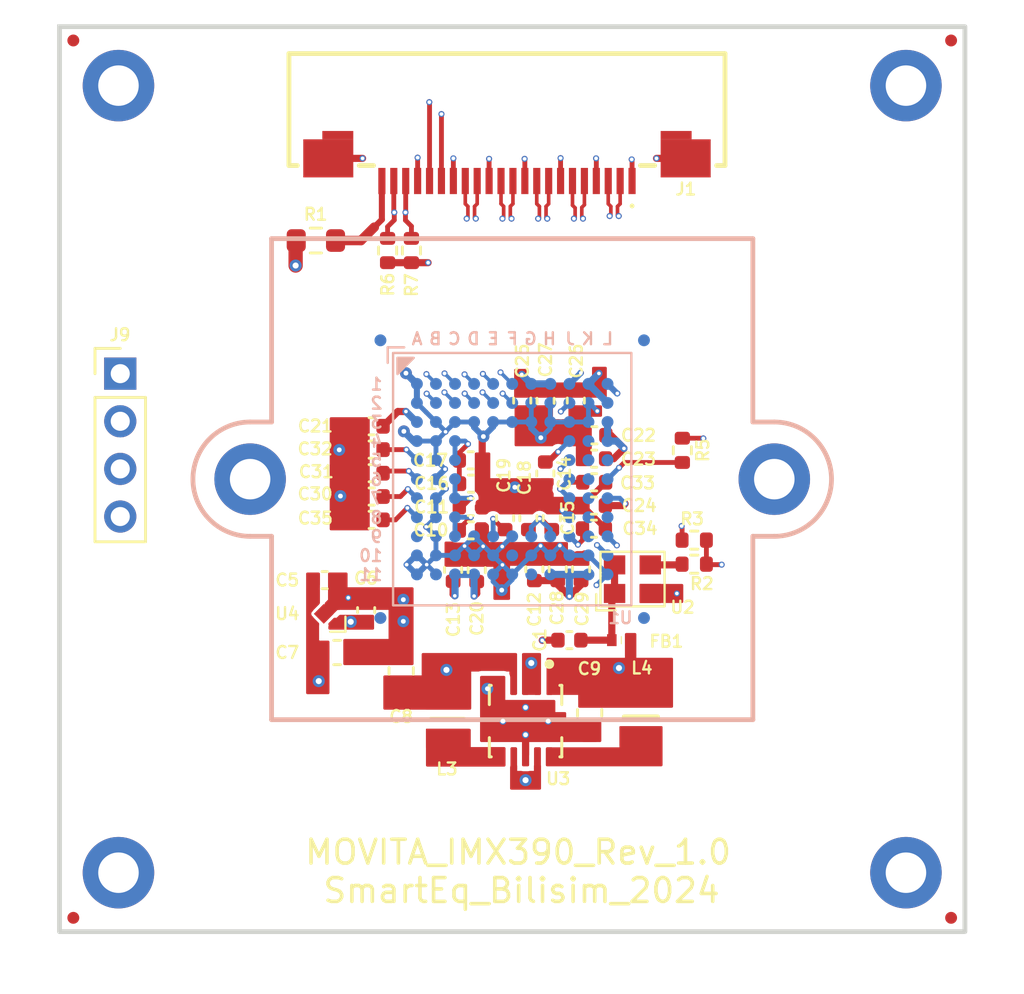
<source format=kicad_pcb>
(kicad_pcb (version 20241229) (generator "pcbnew") (generator_version "9.0")
  (layers (0 "F.Cu" jumper) (4 "In1.Cu" signal "GND") (6 "In2.Cu" signal "POWER") (8 "In3.Cu" signal "signal_1") (10 "In4.Cu" signal "signal_2") (2 "B.Cu" signal) (13 "F.Paste" user) (15 "B.Paste" user) (5 "F.SilkS" user "F.Silkscreen") (7 "B.SilkS" user "B.Silkscreen") (1 "F.Mask" user) (3 "B.Mask" user) (25 "Edge.Cuts" user))
  (net 0 "")
  (net 1 "3V3")
  (net 2 "GND")
  (net 3 "2V9")
  (net 4 "1V2")
  (net 5 "1V8")
  (net 6 "Net-(U1-VCAPI3)")
  (net 7 "Net-(U1-VCAPI2)")
  (net 8 "Net-(U1-VCAPI1)")
  (net 9 "Net-(U1-VCAPI4)")
  (net 10 "Net-(U1-VCAPIO1)")
  (net 11 "Net-(U1-VCAPIO2)")
  (net 12 "/IMX390/CSI0_D0_N")
  (net 13 "/IMX390/CSI0_CLK_N")
  (net 14 "/IMX390/CSI0_D1_P")
  (net 15 "/IMX390/CSI0_D0_P")
  (net 16 "/IMX390/CSI0_D1_N")
  (net 17 "/IMX390/CSI0_CLK_P")
  (net 18 "/IMX390/CSI0_D2_P")
  (net 19 "/IMX390/SDA")
  (net 20 "/IMX390/CSI0_D3_P")
  (net 21 "/IMX390/SCL")
  (net 22 "/IMX390/CSI0_D2_N")
  (net 23 "/IMX390/CSI0_D3_N")
  (net 27 "/IMX390/FSIN")
  (net 31 "/IMX390/SYS_CLEAR")
  (net 35 "/IMX390/XCLK")
  (net 38 "Net-(U3-SW1)")
  (net 39 "Net-(U3-SW2)")
  (net 40 "Net-(J1-Pin_18)")
  (net 41 "Net-(J1-Pin_22)")
  (net 42 "Net-(U2-OE)")
  (net 46 "Net-(U2-OUT)")
  (net 47 "/IMX390/EXT_XVCLK")
  (footprint "Capacitor_SMD:C_0402_1005Metric" (layer "F.Cu") (at 149.7 101.64 90)
    (property "Reference" "C19")
    (property "Value" "0.1µF 16V")
  )
  (footprint "Footprint Library:Fiducial_0.5mm_Mask1mm" (layer "F.Cu") (at 168.42 118.42)
    (property "Reference" "FID7" (hide yes))
    (property "Value" "Fiducial")
  )
  (footprint "Resistor_SMD:R_0402_1005Metric" (layer "F.Cu") (at 157.64 102.56 180)
    (property "Reference" "R3")
    (property "Value" "DNP")
  )
  (footprint "Footprint Library:Fiducial_0.5mm_Mask1mm" (layer "F.Cu") (at 131.58 81.58)
    (property "Reference" "FID5" (hide yes))
    (property "Value" "Fiducial")
  )
  (footprint "Capacitor_SMD:C_0402_1005Metric" (layer "F.Cu") (at 144.1 100.73 180)
    (property "Reference" "C30")
    (property "Value" "1.0µF 6.3V")
  )
  (footprint "Capacitor_SMD:C_0402_1005Metric" (layer "F.Cu") (at 148.27 100.19)
    (property "Reference" "C16")
    (property "Value" "4.7µF 16V")
  )
  (footprint "Capacitor_SMD:C_0402_1005Metric" (layer "F.Cu") (at 151.4 96.71 90)
    (property "Reference" "C27")
    (property "Value" "0.01uF 6.3V")
  )
  (footprint "Capacitor_SMD:C_0402_1005Metric" (layer "F.Cu") (at 152.67 96.7 -90)
    (property "Reference" "C26")
    (property "Value" "0.1µF 16V")
  )
  (footprint "Capacitor_SMD:C_0402_1005Metric" (layer "F.Cu") (at 151.91 103.78 90)
    (property "Reference" "C28")
    (property "Value" "1.0µF 6.3V")
  )
  (footprint "Resistor_SMD:R_0402_1005Metric" (layer "F.Cu") (at 157.64 103.57)
    (property "Reference" "R2")
    (property "Value" "22R")
  )
  (footprint "Footprint Library:Screw" (layer "F.Cu") (at 166.525126 83.474874)
    (property "Reference" "J6" (hide yes))
    (property "Value" "DNP")
  )
  (footprint "Capacitor_SMD:C_0402_1005Metric" (layer "F.Cu") (at 148.26 102.15)
    (property "Reference" "C10")
    (property "Value" "1.0µF 6.3V")
  )
  (footprint "Capacitor_SMD:C_0402_1005Metric" (layer "F.Cu") (at 153.43 102.08)
    (property "Reference" "C34")
    (property "Value" "1.0µF 6.3V")
  )
  (footprint "Capacitor_SMD:C_0402_1005Metric" (layer "F.Cu") (at 148.51 103.82 90)
    (property "Reference" "C20")
    (property "Value" "4.7µF 16V")
  )
  (footprint "Capacitor_SMD:C_0402_1005Metric" (layer "F.Cu") (at 151.66 101.64 90)
    (property "Reference" "C15")
    (property "Value" "0.1µF 16V")
  )
  (footprint "Footprint Library:SON50P300X300X100-11N" (layer "F.Cu") (at 150.56 110.16 -90)
    (property "Reference" "U3")
    (property "Value" "TPS62423QDRCRQ1")
  )
  (footprint "Footprint Library:Fiducial_0.5mm_Mask1mm" (layer "F.Cu") (at 131.58 118.42)
    (property "Reference" "FID8" (hide yes))
    (property "Value" "Fiducial")
  )
  (footprint "Capacitor_SMD:C_0402_1005Metric" (layer "F.Cu") (at 144.1 97.78 180)
    (property "Reference" "C21")
    (property "Value" "0.1µF 16V")
  )
  (footprint "Footprint Library:LQM2MPN1R0NG0L" (layer "F.Cu") (at 147.28 110.08 90)
    (property "Reference" "L3")
    (property "Value" "2.2µH" (hide yes))
  )
  (footprint "Capacitor_SMD:C_0402_1005Metric" (layer "F.Cu") (at 150.68 101.64 90)
    (property "Reference" "C18")
    (property "Value" "1.0µF 6.3V")
  )
  (footprint "Connector_PinHeader_2.00mm:PinHeader_1x04_P2.00mm_Vertical" (layer "F.Cu") (at 133.55 95.57)
    (property "Reference" "J9")
    (property "Value" "DNP")
  )
  (footprint "Capacitor_SMD:C_0402_1005Metric" (layer "F.Cu") (at 142.13 104.24)
    (property "Reference" "C5")
    (property "Value" "1.0µF 6.3V")
  )
  (footprint "Footprint Library:1NM27000C33YC" (layer "F.Cu") (at 154.295 104.8)
    (property "Reference" "U2")
    (property "Value" "1NM27000C33YC")
  )
  (footprint "Capacitor_SMD:C_0402_1005Metric" (layer "F.Cu") (at 143.87 105.5 90)
    (property "Reference" "C6")
    (property "Value" "1.0µF 6.3V")
  )
  (footprint "Footprint Library:X2-SON-4-EP" (layer "F.Cu") (at 142.09 105.655 180)
    (property "Reference" "U4")
    (property "Value" "LP5907SNX-2.9/NOPB")
  )
  (footprint "Capacitor_SMD:C_0402_1005Metric" (layer "F.Cu") (at 152.4 106.76 180)
    (property "Reference" "C1")
    (property "Value" "0.1uF 16V")
  )
  (footprint "Capacitor_SMD:C_0603_1608Metric" (layer "F.Cu") (at 145.34 108.05 90)
    (property "Reference" "C8")
    (property "Value" "10uF 10V")
  )
  (footprint "Capacitor_SMD:C_0402_1005Metric" (layer "F.Cu") (at 153.43 101.11)
    (property "Reference" "C24")
    (property "Value" "0.01uF 6.3V")
  )
  (footprint "Capacitor_SMD:C_0402_1005Metric" (layer "F.Cu") (at 153.44 99.14)
    (property "Reference" "C23")
    (property "Value" "0.1µF 16V")
  )
  (footprint "Capacitor_SMD:C_0402_1005Metric" (layer "F.Cu") (at 148.26 101.17)
    (property "Reference" "C11")
    (property "Value" "0.1µF 16V")
  )
  (footprint "Footprint Library:LQM2MPN1R0NG0L" (layer "F.Cu") (at 155.4 109.98 90)
    (property "Reference" "L4")
    (property "Value" "2.2µH" (hide yes))
  )
  (footprint "Resistor_SMD:R_0402_1005Metric" (layer "F.Cu") (at 145.77 90.4 -90)
    (property "Reference" "R7")
    (property "Value" "DNP")
  )
  (footprint "Capacitor_SMD:C_0402_1005Metric" (layer "F.Cu") (at 153.45 98.16)
    (property "Reference" "C22")
    (property "Value" "4.7µF 16V")
  )
  (footprint "Capacitor_SMD:C_0402_1005Metric" (layer "F.Cu") (at 148.26 99.21)
    (property "Reference" "C17")
    (property "Value" "0.1µF 16V")
  )
  (footprint "Resistor_SMD:R_0402_1005Metric" (layer "F.Cu") (at 144.77 90.4 -90)
    (property "Reference" "R6")
    (property "Value" "DNP")
  )
  (footprint "Footprint Library:Screw" (layer "F.Cu") (at 166.525126 116.525126)
    (property "Reference" "J8" (hide yes))
    (property "Value" "DNP")
  )
  (footprint "Capacitor_SMD:C_0402_1005Metric" (layer "F.Cu") (at 144.1 99.75 180)
    (property "Reference" "C31")
    (property "Value" "1.0µF 6.3V")
  )
  (footprint "Footprint Library:Screw" (layer "F.Cu") (at 161 100)
    (property "Reference" "J3" (hide yes))
    (property "Value" "DNP")
  )
  (footprint "Footprint Library:Screw" (layer "F.Cu") (at 139 100)
    (property "Reference" "J4" (hide yes))
    (property "Value" "DNP")
  )
  (footprint "Footprint Library:Fiducial_0.5mm_Mask1mm" (layer "F.Cu") (at 168.42 81.58)
    (property "Reference" "FID6" (hide yes))
    (property "Value" "Fiducial")
  )
  (footprint "Capacitor_SMD:C_0603_1608Metric" (layer "F.Cu") (at 142.65 107.28)
    (property "Reference" "C7")
    (property "Value" "10uF 10V")
  )
  (footprint "Resistor_SMD:R_0402_1005Metric" (layer "F.Cu") (at 157.14 98.79 90)
    (property "Reference" "R5")
    (property "Value" "0R")
  )
  (footprint "Capacitor_SMD:C_0402_1005Metric" (layer "F.Cu") (at 151.39 99.76 -90)
    (property "Reference" "C14")
    (property "Value" "4.7µF 16V")
  )
  (footprint "Capacitor_SMD:C_0603_1608Metric" (layer "F.Cu") (at 153.25 109.81 -90)
    (property "Reference" "C9")
    (property "Value" "10uF 10V")
  )
  (footprint "Footprint Library:NFZ15SG152SN10B" (layer "F.Cu") (at 154.58 106.76 180)
    (property "Reference" "FB1")
    (property "Value" "BLM15AG221SN1D" (hide yes))
  )
  (footprint "Footprint Library:Screw" (layer "F.Cu") (at 133.474874 116.525126)
    (property "Reference" "J5" (hide yes))
    (property "Value" "DNP")
  )
  (footprint "Footprint Library:F32R1A7H111022" (layer "F.Cu") (at 149.78 84.48 180)
    (property "Reference" "J1")
    (property "Value" "FFC SOCKET DR_BOTTOM 0.5MM -22P" (hide yes))
  )
  (footprint "Capacitor_SMD:C_0402_1005Metric" (layer "F.Cu") (at 150.42 96.7 -90)
    (property "Reference" "C25")
    (property "Value" "1.0µF 6.3V")
  )
  (footprint "Capacitor_SMD:C_0402_1005Metric" (layer "F.Cu") (at 144.1 98.76 180)
    (property "Reference" "C32")
    (property "Value" "1.0µF 6.3V")
  )
  (footprint "Capacitor_SMD:C_0402_1005Metric" (layer "F.Cu") (at 147.52 103.81 90)
    (property "Reference" "C13")
    (property "Value" "0.1µF 16V")
  )
  (footprint "Capacitor_SMD:C_0402_1005Metric" (layer "F.Cu") (at 153.44 100.13)
    (property "Reference" "C33")
    (property "Value" "0.22uF 10V")
  )
  (footprint "Resistor_SMD:R_0603_1608Metric" (layer "F.Cu") (at 141.76 89.98)
    (property "Reference" "R1")
    (property "Value" "0R")
  )
  (footprint "Capacitor_SMD:C_0402_1005Metric" (layer "F.Cu") (at 144.1 101.71 180)
    (property "Reference" "C35")
    (property "Value" "0.1µF 16V")
  )
  (footprint "Capacitor_SMD:C_0402_1005Metric" (layer "F.Cu") (at 150.93 103.78 90)
    (property "Reference" "C12")
    (property "Value" "1.0µF 6.3V")
  )
  (footprint "Footprint Library:Screw" (layer "F.Cu") (at 133.474874 83.474874)
    (property "Reference" "J7" (hide yes))
    (property "Value" "DNP")
  )
  (footprint "Capacitor_SMD:C_0402_1005Metric" (layer "F.Cu") (at 152.89 103.78 90)
    (property "Reference" "C29")
    (property "Value" "0.1µF 16V")
  )
  (footprint "Footprint Library:Fiducial_0.5mm_Mask1mm" (layer "B.Cu") (at 155.53 94.17 180)
    (property "Reference" "FID1" (hide yes))
    (property "Value" "Fiducial")
  )
  (footprint "Footprint Library:Fiducial_0.5mm_Mask1mm" (layer "B.Cu") (at 155.53 105.83 180)
    (property "Reference" "FID3" (hide yes))
    (property "Value" "Fiducial")
  )
  (footprint "Footprint Library:Fiducial_0.5mm_Mask1mm" (layer "B.Cu") (at 144.47 94.17 180)
    (property "Reference" "FID4" (hide yes))
    (property "Value" "Fiducial")
  )
  (footprint "clipboard:c35d2587-c52c-42fa-baae-693a81fda3d0" (layer "B.Cu") (at 139.900005 106.25 180)
    (property "Reference" "")
    (property "Value" "")
  )
  (footprint "Footprint Library:Fiducial_0.5mm_Mask1mm" (layer "B.Cu") (at 144.47 105.83 180)
    (property "Reference" "FID2" (hide yes))
    (property "Value" "Fiducial")
  )
  (footprint "Footprint Library:IMX390CQV_W" (layer "B.Cu") (at 150 100 180)
    (property "Reference" "U1")
    (property "Value" "IMX390CQV-W")
  )
  (gr_rect (start 131 81) (end 169 119) (stroke (width 0.2)) (fill no) (layer "Edge.Cuts"))
  (gr_text "MOVITA_IMX390_Rev_1.0\n SmartEq_Bilisim_2024\n" (at 141.22 117.86 0) (layer "F.SilkS") (effects (font (size 1 1)) (justify left bottom)))
  (segment (start 140.91 91.03) (end 140.91 90.005) (width 0.6) (layer "F.Cu") (net 1))
  (segment (start 140.91 90.005) (end 140.935 89.98) (width 0.6) (layer "F.Cu") (net 1))
  (via (at 150.8 107.72) (size 0.508) (drill 0.254) (layers "F.Cu" "B.Cu") (net 1))
  (via (at 150.56 112.64) (size 0.508) (drill 0.254) (layers "F.Cu" "B.Cu") (net 1))
  (via (at 140.91 91.03) (size 0.508) (drill 0.254) (layers "F.Cu" "B.Cu") (net 1))
  (via (at 141.88 108.48) (size 0.508) (drill 0.254) (layers "F.Cu" "B.Cu") (net 1))
  (segment (start 153.53 87.5) (end 153.53 86.54) (width 0.2032) (layer "F.Cu") (net 2))
  (segment (start 152.95 101.11) (end 152.95 101.1) (width 0.254) (layer "F.Cu") (net 2))
  (segment (start 142.28 86.53) (end 143.72 86.53) (width 0.3) (layer "F.Cu") (net 2))
  (segment (start 152.95 101.1) (end 153.92 100.13) (width 0.254) (layer "F.Cu") (net 2))
  (segment (start 152.03 87.5) (end 152.03 86.52) (width 0.2032) (layer "F.Cu") (net 2))
  (segment (start 148.74 98.26) (end 148.79 98.21) (width 0.3) (layer "F.Cu") (net 2))
  (segment (start 155.0142 86.574935) (end 155.03 86.590735) (width 0.2032) (layer "F.Cu") (net 2))
  (segment (start 153.53 86.54) (end 153.52 86.53) (width 0.2032) (layer "F.Cu") (net 2))
  (segment (start 149.03 87.5) (end 149.03 86.55) (width 0.2032) (layer "F.Cu") (net 2))
  (segment (start 148.74 99.21) (end 148.74 98.26) (width 0.3) (layer "F.Cu") (net 2))
  (segment (start 146.03 87.5) (end 146.03 86.5) (width 0.2032) (layer "F.Cu") (net 2))
  (segment (start 147.53 87.5) (end 147.53 86.53) (width 0.2032) (layer "F.Cu") (net 2))
  (segment (start 157.28 86.53) (end 156.0556 86.53) (width 0.3) (layer "F.Cu") (net 2))
  (segment (start 150.53 87.5) (end 150.53 86.56) (width 0.2032) (layer "F.Cu") (net 2))
  (segment (start 150.56 111.56) (end 150.56 110.735) (width 0.3) (layer "F.Cu") (net 2))
  (segment (start 153.91 102.07) (end 152.95 101.11) (width 0.254) (layer "F.Cu") (net 2))
  (segment (start 155.03 86.590735) (end 155.03 87.5) (width 0.2032) (layer "F.Cu") (net 2))
  (segment (start 151.27 106.76) (end 151.26 106.77) (width 0.3) (layer "F.Cu") (net 2))
  (segment (start 150.53 86.56) (end 150.52 86.55) (width 0.2032) (layer "F.Cu") (net 2))
  (segment (start 153.91 102.08) (end 153.91 102.07) (width 0.254) (layer "F.Cu") (net 2))
  (segment (start 151.92 106.76) (end 151.27 106.76) (width 0.3) (layer "F.Cu") (net 2))
  (via (at 155.0142 86.574935) (size 0.254) (drill 0.1524) (layers "F.Cu" "B.Cu") (net 2))
  (via (at 149.03 86.55) (size 0.254) (drill 0.1524) (layers "F.Cu" "B.Cu") (net 2))
  (via (at 146.39 102) (size 0.254) (drill 0.1524) (layers "F.Cu" "B.Cu") (net 2))
  (via (at 150.52 86.55) (size 0.254) (drill 0.1524) (layers "F.Cu" "B.Cu") (net 2))
  (via (at 143.72 86.53) (size 0.254) (drill 0.1524) (layers "F.Cu" "B.Cu") (net 2))
  (via (at 151.26 106.77) (size 0.254) (drill 0.1524) (layers "F.Cu" "B.Cu") (net 2))
  (via (at 154.41 96.4) (size 0.254) (drill 0.1524) (layers "F.Cu" "B.Cu") (net 2))
  (via (at 149.58 102.83) (size 0.254) (drill 0.1524) (layers "F.Cu" "B.Cu") (net 2))
  (via (at 147.2 98.01) (size 0.254) (drill 0.1524) (layers "F.Cu" "B.Cu") (net 2))
  (via (at 145.54 95.55) (size 0.5) (drill 0.2) (layers "F.Cu" "B.Cu") (net 2))
  (via (at 149.56 104.66) (size 0.5) (drill 0.2) (layers "F.Cu" "B.Cu") (net 2))
  (via (at 142.79 100.71) (size 0.5) (drill 0.2) (layers "F.Cu" "B.Cu") (net 2))
  (via (at 146.41 103.59) (size 0.254) (drill 0.1524) (layers "F.Cu" "B.Cu") (net 2))
  (via (at 152.03 99.57) (size 0.254) (drill 0.1524) (layers "F.Cu" "B.Cu") (net 2))
  (via (at 148.79 98.21) (size 0.5) (drill 0.2) (layers "F.Cu" "B.Cu") (net 2))
  (via (at 149.59 103.6) (size 0.254) (drill 0.1524) (layers "F.Cu" "B.Cu") (net 2))
  (via (at 145.43 105.06) (size 0.5) (drill 0.2) (layers "F.Cu" "B.Cu") (net 2))
  (via (at 150.11 100.34) (size 0.5) (drill 0.2) (layers "F.Cu" "B.Cu") (net 2))
  (via (at 145.452646 97.992646) (size 0.5) (drill 0.2) (layers "F.Cu" "B.Cu") (net 2))
  (via (at 148 102.81) (size 0.254) (drill 0.1524) (layers "F.Cu" "B.Cu") (net 2))
  (via (at 147.21 100.4) (size 0.254) (drill 0.1524) (layers "F.Cu" "B.Cu") (net 2))
  (via (at 153.52 86.53) (size 0.254) (drill 0.1524) (layers "F.Cu" "B.Cu") (net 2))
  (via (at 153.57 97.14) (size 0.254) (drill 0.1524) (layers "F.Cu" "B.Cu") (net 2))
  (via (at 156.91 104.8) (size 0.254) (drill 0.1524) (layers "F.Cu" "B.Cu") (net 2))
  (via (at 153.54 104.45) (size 0.254) (drill 0.1524) (layers "F.Cu" "B.Cu") (net 2))
  (via (at 146.03 86.5) (size 0.254) (drill 0.1524) (layers "F.Cu" "B.Cu") (net 2))
  (via (at 152.03 86.52) (size 0.254) (drill 0.1524) (layers "F.Cu" "B.Cu") (net 2))
  (via (at 152.1 101.31) (size 0.254) (drill 0.1524) (layers "F.Cu" "B.Cu") (net 2))
  (via (at 147.53 86.53) (size 0.254) (drill 0.1524) (layers "F.Cu" "B.Cu") (net 2))
  (via (at 148.78 102.82) (size 0.254) (drill 0.1524) (layers "F.Cu" "B.Cu") (net 2))
  (via (at 156.0556 86.53) (size 0.254) (drill 0.1524) (layers "F.Cu" "B.Cu") (net 2))
  (via (at 142.74 98.77) (size 0.5) (drill 0.2) (layers "F.Cu" "B.Cu") (net 2))
  (via (at 152 102.79) (size 0.254) (drill 0.1524) (layers "F.Cu" "B.Cu") (net 2))
  (via (at 151.2 98.26) (size 0.5) (drill 0.2) (layers "F.Cu" "B.Cu") (net 2))
  (via (at 145.43 105.97) (size 0.5) (drill 0.2) (layers "F.Cu" "B.Cu") (net 2))
  (via (at 147.18 99.58) (size 0.254) (drill 0.1524) (layers "F.Cu" "B.Cu") (net 2))
  (via (at 151.19 102.8) (size 0.254) (drill 0.1524) (layers "F.Cu" "B.Cu") (net 2))
  (via (at 148.96 108.8) (size 0.5) (drill 0.2) (layers "F.Cu" "B.Cu") (net 2))
  (via (at 143.12 104.98) (size 0.254) (drill 0.1524) (layers "F.Cu" "B.Cu") (net 2))
  (via (at 145.57 103.59) (size 0.254) (drill 0.1524) (layers "F.Cu" "B.Cu") (net 2))
  (segment (start 151.6 103.2) (end 151.59 103.2) (width 0.2032) (layer "B.Cu") (net 2))
  (segment (start 147.6 103.18) (end 147.97 102.81) (width 0.2032) (layer "B.Cu") (net 2))
  (segment (start 145.86 98.4) (end 146 98.4) (width 0.3) (layer "B.Cu") (net 2))
  (segment (start 146.8 97.6) (end 146.39 97.19) (width 0.2032) (layer "B.Cu") (net 2))
  (segment (start 152.4 99.2) (end 152.03 99.57) (width 0.2032) (layer "B.Cu") (net 2))
  (segment (start 149.2 104) (end 149.2 103.99) (width 0.2032) (layer "B.Cu") (net 2))
  (segment (start 153.23 96.8) (end 153.2 96.8) (width 0.2032) (layer "B.Cu") (net 2))
  (segment (start 151.6 103.2) (end 151.6 103.19) (width 0.2032) (layer "B.Cu") (net 2))
  (segment (start 146.8 98.4) (end 146.81 98.4) (width 0.2032) (layer "B.Cu") (net 2))
  (segment (start 145.98 104) (end 146 104) (width 0.254) (layer "B.Cu") (net 2))
  (segment (start 150.8 103.19) (end 151.19 102.8) (width 0.2032) (layer "B.Cu") (net 2))
  (segment (start 149.58 102.82) (end 150 102.4) (width 0.2032) (layer "B.Cu") (net 2))
  (segment (start 150.8 103.2) (end 150.8 103.19) (width 0.2032) (layer "B.Cu") (net 2))
  (segment (start 146.79 101.6) (end 146.39 102) (width 0.2032) (layer "B.Cu") (net 2))
  (segment (start 147.2 98.01) (end 147.2 98) (width 0.2032) (layer "B.Cu") (net 2))
  (segment (start 146.02 103.2) (end 146.41 103.59) (width 0.254) (layer "B.Cu") (net 2))
  (segment (start 153.99 104) (end 154 104) (width 0.2032) (layer "B.Cu") (net 2))
  (segment (start 146 104) (end 146.41 103.59) (width 0.254) (layer "B.Cu") (net 2))
  (segment (start 148.78 102.82) (end 148.4 103.2) (width 0.2032) (layer "B.Cu") (net 2))
  (segment (start 151.6 97.6) (end 151.6 96.8) (width 0.2032) (layer "B.Cu") (net 2))
  (segment (start 148.4 103.2) (end 148.01 102.81) (width 0.2032) (layer "B.Cu") (net 2))
  (segment (start 147.2 98) (end 146.8 97.6) (width 0.2032) (layer "B.Cu") (net 2))
  (segment (start 148.78 102.78) (end 148.4 102.4) (width 0.2032) (layer "B.Cu") (net 2))
  (segment (start 146.8 99.2) (end 146.8 98.4) (width 0.2032) (layer "B.Cu") (net 2))
  (segment (start 149.2 104) (end 149.2 104.3) (width 0.2032) (layer "B.Cu") (net 2))
  (segment (start 145.452646 97.992646) (end 145.86 98.4) (width 0.3) (layer "B.Cu") (net 2))
  (segment (start 149.2 104.3) (end 149.56 104.66) (width 0.2032) (layer "B.Cu") (net 2))
  (segment (start 149.2 103.2) (end 148.82 102.82) (width 0.2032) (layer "B.Cu") (net 2))
  (segment (start 148.78 102.82) (end 148.78 102.78) (width 0.2032) (layer "B.Cu") (net 2))
  (segment (start 146.8 99.96) (end 147.18 99.58) (width 0.254) (layer "B.Cu") (net 2))
  (segment (start 152.4 103.19) (end 152 102.79) (width 0.2032) (layer "B.Cu") (net 2))
  (segment (start 148.4 97.82) (end 148.79 98.21) (width 0.254) (layer "B.Cu") (net 2))
  (segment (start 146.8 100.8) (end 146.81 100.8) (width 0.2032) (layer "B.Cu") (net 2))
  (segment (start 149.58 102.83) (end 149.57 102.83) (width 0.2032) (layer "B.Cu") (net 2))
  (segment (start 152.4 97.6) (end 153.2 97.6) (width 0.2032) (layer "B.Cu") (net 2))
  (segment (start 147.6 103.2) (end 146.8 103.2) (width 0.2032) (layer "B.Cu") (net 2))
  (segment (start 146.8 104) (end 146.8 103.98) (width 0.2032) (layer "B.Cu") (net 2))
  (segment (start 150 104) (end 150.8 103.2) (width 0.2032) (layer "B.Cu") (net 2))
  (segment (start 149.2 97.8) (end 148.79 98.21) (width 0.254) (layer "B.Cu") (net 2))
  (segment (start 151.59 103.2) (end 151.19 102.8) (width 0.2032) (layer "B.Cu") (net 2))
  (segment (start 147.97 102.81) (end 148 102.81) (width 0.2032) (layer "B.Cu") (net 2))
  (segment (start 154.4 96.4) (end 154.41 96.4) (width 0.254) (layer "B.Cu") (net 2))
  (segment (start 147.18 99.58) (end 146.8 99.2) (width 0.2032) (layer "B.Cu") (net 2))
  (segment (start 145.99 96) (end 146 96) (width 0.3) (layer "B.Cu") (net 2))
  (segment (start 145.57 103.59) (end 145.98 104) (width 0.254) (layer "B.Cu") (net 2))
  (segment (start 146 96) (end 146 96.8) (width 0.254) (layer "B.Cu") (net 2))
  (segment (start 150 97.6) (end 150.8 97.6) (width 0.2032) (layer "B.Cu") (net 2))
  (segment (start 145.57 103.59) (end 145.96 103.2) (width 0.254) (layer "B.Cu") (net 2))
  (segment (start 148 102.81) (end 148 102.8) (width 0.2032) (layer "B.Cu") (net 2))
  (segment (start 153.2 103.2) (end 154 104) (width 0.2032) (layer "B.Cu") (net 2))
  (segment (start 146.8 102.4) (end 146.79 102.4) (width 0.2032) (layer "B.Cu") (net 2))
  (segment (start 145.96 103.2) (end 146 103.2) (width 0.254) (layer "B.Cu") (net 2))
  (segment (start 146.81 100.8) (end 147.21 100.4) (width 0.2032) (layer "B.Cu") (net 2))
  (segment (start 152.4 103.2) (end 153.2 103.2) (width 0.2032) (layer "B.Cu") (net 2))
  (segment (start 153.2 97.6) (end 153.2 96.8) (width 0.2032) (layer "B.Cu") (net 2))
  (segment (start 146.81 98.4) (end 147.2 98.01) (width 0.2032) (layer "B.Cu") (net 2))
  (segment (start 146.8 103.98) (end 146.41 103.59) (width 0.2032) (layer "B.Cu") (net 2))
  (segment (start 146.8 103.2) (end 146.41 103.59) (width 0.2032) (layer "B.Cu") (net 2))
  (segment (start 152.39 101.6) (end 152.4 101.6) (width 0.254) (layer "B.Cu") (net 2))
  (segment (start 151.2 98.26) (end 150.8 97.86) (width 0.254) (layer "B.Cu") (net 2))
  (segment (start 149.2 103.21) (end 149.59 103.6) (width 0.2032) (layer "B.Cu") (net 2))
  (segment (start 147.6 97.6) (end 147.6 97.61) (width 0.2032) (layer "B.Cu") (net 2))
  (segment (start 148.82 102.82) (end 148.78 102.82) (width 0.2032) (layer "B.Cu") (net 2))
  (segment (start 150 104) (end 149.99 104) (width 0.2032) (layer "B.Cu") (net 2))
  (segment (start 148.4 97.6) (end 147.6 97.6) (width 0.2032) (layer "B.Cu") (net 2))
  (segment (start 146.81 100) (end 147.21 100.4) (width 0.254) (layer "B.Cu") (net 2))
  (segment (start 150.8 96.8) (end 150.8 97.6) (width 0.2032) (layer "B.Cu") (net 2))
  (segment (start 146 103.2) (end 146.02 103.2) (width 0.254) (layer "B.Cu") (net 2))
  (segment (start 148 102.8) (end 148.4 102.4) (width 0.2032) (layer "B.Cu") (net 2))
  (segment (start 149.99 104) (end 149.59 103.6) (width 0.2032) (layer "B.Cu") (net 2))
  (segment (start 149.2 97.6) (end 149.2 97.8) (width 0.254) (layer "B.Cu") (net 2))
  (segment (start 153.57 97.14) (end 153.23 96.8) (width 0.2032) (layer "B.Cu") (net 2))
  (segment (start 149.2 103.99) (end 149.59 103.6) (width 0.2032) (layer "B.Cu") (net 2))
  (segment (start 145.54 95.55) (end 145.99 96) (width 0.3) (layer "B.Cu") (net 2))
  (segment (start 146.8 100) (end 146.81 100) (width 0.254) (layer "B.Cu") (net 2))
  (segment (start 146 98.4) (end 146.8 98.4) (width 0.2032) (layer "B.Cu") (net 2))
  (segment (start 147.6 97.61) (end 147.2 98.01) (width 0.2032) (layer "B.Cu") (net 2))
  (segment (start 146.8 101.6) (end 146.79 101.6) (width 0.2032) (layer "B.Cu") (net 2))
  (segment (start 150 104.22) (end 149.56 104.66) (width 0.2032) (layer "B.Cu") (net 2))
  (segment (start 150.8 97.86) (end 150.8 97.6) (width 0.254) (layer "B.Cu") (net 2))
  (segment (start 150 97.6) (end 149.2 97.6) (width 0.2032) (layer "B.Cu") (net 2))
  (segment (start 149.57 102.83) (end 149.2 103.2) (width 0.2032) (layer "B.Cu") (net 2))
  (segment (start 146.8 102.4) (end 146.8 103.2) (width 0.2032) (layer "B.Cu") (net 2))
  (segment (start 150 104) (end 150 104.22) (width 0.2032) (layer "B.Cu") (net 2))
  (segment (start 152.4 97.6) (end 151.6 97.6) (width 0.2032) (layer "B.Cu") (net 2))
  (segment (start 148.4 97.6) (end 148.4 97.82) (width 0.254) (layer "B.Cu") (net 2))
  (segment (start 148.01 102.81) (end 148 102.81) (width 0.2032) (layer "B.Cu") (net 2))
  (segment (start 149.2 103.2) (end 149.2 103.21) (width 0.2032) (layer "B.Cu") (net 2))
  (segment (start 151.6 97.6) (end 151.6 97.86) (width 0.2032) (layer "B.Cu") (net 2))
  (segment (start 146.8 100.8) (end 146.8 101.6) (width 0.2032) (layer "B.Cu") (net 2))
  (segment (start 146.79 102.4) (end 146.39 102) (width 0.2032) (layer "B.Cu") (net 2))
  (segment (start 149.58 102.83) (end 149.58 102.82) (width 0.2032) (layer "B.Cu") (net 2))
  (segment (start 153.54 104.45) (end 153.99 104) (width 0.2032) (layer "B.Cu") (net 2))
  (segment (start 154 96) (end 154.4 96.4) (width 0.254) (layer "B.Cu") (net 2))
  (segment (start 146.39 97.19) (end 146 96.8) (width 0.2032) (layer "B.Cu") (net 2))
  (segment (start 152.1 101.31) (end 152.39 101.6) (width 0.254) (layer "B.Cu") (net 2))
  (segment (start 151.6 97.86) (end 151.2 98.26) (width 0.2032) (layer "B.Cu") (net 2))
  (segment (start 146.8 100) (end 146.8 99.96) (width 0.254) (layer "B.Cu") (net 2))
  (segment (start 152.4 103.2) (end 152.4 103.19) (width 0.2032) (layer "B.Cu") (net 2))
  (segment (start 151.6 103.19) (end 152 102.79) (width 0.2032) (layer "B.Cu") (net 2))
  (segment (start 147.78 101.17) (end 147.889716 101.17) (width 0.2032) (layer "F.Cu") (net 3))
  (segment (start 151.39 99.28) (end 151.5 99.28) (width 0.254) (layer "F.Cu") (net 3))
  (segment (start 151.2 101.66) (end 151.66 102.12) (width 0.2032) (layer "F.Cu") (net 3))
  (segment (start 147.78 100.18) (end 147.79 100.19) (width 0.2032) (layer "F.Cu") (net 3))
  (segment (start 150.69 102.12) (end 151.15 101.66) (width 0.2032) (layer "F.Cu") (net 3))
  (segment (start 147.78 98.89) (end 147.78 99.21) (width 0.2032) (layer "F.Cu") (net 3))
  (segment (start 151.5 99.28) (end 151.93 98.85) (width 0.254) (layer "F.Cu") (net 3))
  (segment (start 149.7 102.12) (end 149.65 102.12) (width 0.2032) (layer "F.Cu") (net 3))
  (segment (start 150.68 102.12) (end 150.69 102.12) (width 0.2032) (layer "F.Cu") (net 3))
  (segment (start 149.65 102.12) (end 149.2 101.67) (width 0.2032) (layer "F.Cu") (net 3))
  (segment (start 148.145 98.525) (end 147.78 98.89) (width 0.2032) (layer "F.Cu") (net 3))
  (segment (start 147.78 102.15) (end 147.78 102.08) (width 0.2032) (layer "F.Cu") (net 3))
  (segment (start 151.15 101.66) (end 151.2 101.66) (width 0.2032) (layer "F.Cu") (net 3))
  (segment (start 147.79 99.22) (end 147.78 99.21) (width 0.2032) (layer "F.Cu") (net 3))
  (segment (start 147.78 102.08) (end 148.26 101.6) (width 0.2032) (layer "F.Cu") (net 3))
  (segment (start 147.78 101.99) (end 147.78 102.15) (width 0.2032) (layer "F.Cu") (net 3))
  (segment (start 147.78 100.2) (end 147.79 100.19) (width 0.2032) (layer "F.Cu") (net 3))
  (segment (start 147.78 99.21) (end 147.78 100.18) (width 0.2032) (layer "F.Cu") (net 3))
  (segment (start 147.889716 101.17) (end 148.259894 100.799822) (width 0.2032) (layer "F.Cu") (net 3))
  (via (at 143.2225 105.99) (size 0.508) (drill 0.254) (layers "F.Cu" "B.Cu") (net 3))
  (via (at 148.259894 100.799822) (size 0.254) (drill 0.1524) (layers "F.Cu" "B.Cu") (net 3))
  (via (at 151.93 98.85) (size 0.254) (drill 0.1524) (layers "F.Cu" "B.Cu") (net 3))
  (via (at 151.15 101.66) (size 0.254) (drill 0.1524) (layers "F.Cu" "B.Cu") (net 3))
  (via (at 148.26 101.6) (size 0.254) (drill 0.1524) (layers "F.Cu" "B.Cu") (net 3))
  (via (at 149.2 101.67) (size 0.254) (drill 0.1524) (layers "F.Cu" "B.Cu") (net 3))
  (via (at 148.145 98.525) (size 0.254) (drill 0.1524) (layers "F.Cu" "B.Cu") (net 3))
  (segment (start 148.259894 100.799822) (end 148.259716 100.8) (width 0.2032) (layer "B.Cu") (net 3))
  (segment (start 148.02 98.4) (end 147.6 98.4) (width 0.2032) (layer "B.Cu") (net 3))
  (segment (start 150.8 102.4) (end 150.8 102.01) (width 0.2032) (layer "B.Cu") (net 3))
  (segment (start 152.38 98.4) (end 152.4 98.4) (width 0.2032) (layer "B.Cu") (net 3))
  (segment (start 151.93 98.85) (end 152.38 98.4) (width 0.2032) (layer "B.Cu") (net 3))
  (segment (start 148.145 98.525) (end 148.02 98.4) (width 0.2032) (layer "B.Cu") (net 3))
  (segment (start 147.6 101.6) (end 148.26 101.6) (width 0.2032) (layer "B.Cu") (net 3))
  (segment (start 148.259716 100.8) (end 147.6 100.8) (width 0.2032) (layer "B.Cu") (net 3))
  (segment (start 147.6 102.4) (end 147.6 101.6) (width 0.2032) (layer "B.Cu") (net 3))
  (segment (start 151.6 102.11) (end 151.15 101.66) (width 0.2032) (layer "B.Cu") (net 3))
  (segment (start 149.2 102.4) (end 149.2 101.67) (width 0.2032) (layer "B.Cu") (net 3))
  (segment (start 147.6 99.2) (end 147.6 98.4) (width 0.2032) (layer "B.Cu") (net 3))
  (segment (start 150.8 102.01) (end 151.15 101.66) (width 0.2032) (layer "B.Cu") (net 3))
  (segment (start 147.6 100.8) (end 147.6 100) (width 0.2032) (layer "B.Cu") (net 3))
  (segment (start 151.6 102.4) (end 151.6 102.11) (width 0.2032) (layer "B.Cu") (net 3))
  (segment (start 145.54 97.16) (end 145.2 97.16) (width 0.3) (layer "F.Cu") (net 4))
  (segment (start 152.89 104.43) (end 152.4 104.92) (width 0.3) (layer "F.Cu") (net 4))
  (segment (start 151.91 104.43) (end 152.4 104.92) (width 0.3) (layer "F.Cu") (net 4))
  (segment (start 148.51 104.3) (end 148.51 104.8) (width 0.3) (layer "F.Cu") (net 4))
  (segment (start 147.52 104.29) (end 147.52 104.83) (width 0.3) (layer "F.Cu") (net 4))
  (segment (start 150.93 104.26) (end 151.91 104.26) (width 0.3) (layer "F.Cu") (net 4))
  (segment (start 151.91 104.26) (end 151.91 104.43) (width 0.3) (layer "F.Cu") (net 4))
  (segment (start 147.52 104.83) (end 147.59 104.9) (width 0.3) (layer "F.Cu") (net 4))
  (segment (start 152.89 104.26) (end 152.89 104.43) (width 0.3) (layer "F.Cu") (net 4))
  (segment (start 145.2 97.16) (end 144.58 97.78) (width 0.3) (layer "F.Cu") (net 4))
  (segment (start 148.51 104.8) (end 148.4 104.91) (width 0.3) (layer "F.Cu") (net 4))
  (via (at 150.4 95.6) (size 0.254) (drill 0.1524) (layers "F.Cu" "B.Cu") (net 4))
  (via (at 145.54 97.16) (size 0.254) (drill 0.1524) (layers "F.Cu" "B.Cu") (net 4))
  (via (at 148.4 104.91) (size 0.254) (drill 0.1524) (layers "F.Cu" "B.Cu") (net 4))
  (via (at 147.59 104.9) (size 0.254) (drill 0.1524) (layers "F.Cu" "B.Cu") (net 4))
  (via (at 147.24 108.01) (size 0.508) (drill 0.254) (layers "F.Cu" "B.Cu") (net 4))
  (via (at 152.4 104.92) (size 0.254) (drill 0.1524) (layers "F.Cu" "B.Cu") (net 4))
  (via (at 153.64 95.56) (size 0.254) (drill 0.1524) (layers "F.Cu" "B.Cu") (net 4))
  (segment (start 147.6 104) (end 147.6 104.89) (width 0.3) (layer "B.Cu") (net 4))
  (segment (start 153.2 96) (end 153.64 95.56) (width 0.3) (layer "B.Cu") (net 4))
  (segment (start 150.8 96) (end 150.4 95.6) (width 0.3) (layer "B.Cu") (net 4))
  (segment (start 152.4 104.92) (end 152.4 104) (width 0.3) (layer "B.Cu") (net 4))
  (segment (start 151.6 96) (end 150.8 96) (width 0.3) (layer "B.Cu") (net 4))
  (segment (start 154 96.8) (end 153.2 96) (width 0.3) (layer "B.Cu") (net 4))
  (segment (start 147.6 104.89) (end 147.59 104.9) (width 0.3) (layer "B.Cu") (net 4))
  (segment (start 147.6 104) (end 148.4 104) (width 0.3) (layer "B.Cu") (net 4))
  (segment (start 145.54 97.16) (end 145.98 97.6) (width 0.3) (layer "B.Cu") (net 4))
  (segment (start 148.4 104) (end 148.4 104.91) (width 0.3) (layer "B.Cu") (net 4))
  (segment (start 145.98 97.6) (end 146 97.6) (width 0.3) (layer "B.Cu") (net 4))
  (segment (start 151.6 104) (end 152.4 104) (width 0.3) (layer "B.Cu") (net 4))
  (segment (start 152.4 104) (end 153.2 104) (width 0.3) (layer "B.Cu") (net 4))
  (segment (start 151.6 96) (end 151.61 96) (width 0.3) (layer "B.Cu") (net 4))
  (segment (start 154.14 98.16) (end 153.93 98.16) (width 0.3) (layer "F.Cu") (net 5))
  (segment (start 154.26 99.14) (end 153.92 99.14) (width 0.3) (layer "F.Cu") (net 5))
  (segment (start 154.69 98.71) (end 154.14 98.16) (width 0.3) (layer "F.Cu") (net 5))
  (segment (start 154.66 101.11) (end 153.91 101.11) (width 0.3) (layer "F.Cu") (net 5))
  (segment (start 154.74 101.03) (end 154.66 101.11) (width 0.3) (layer "F.Cu") (net 5))
  (segment (start 154.69 98.71) (end 154.26 99.14) (width 0.3) (layer "F.Cu") (net 5))
  (segment (start 144.77 90.91) (end 145.77 90.91) (width 0.3) (layer "F.Cu") (net 5))
  (segment (start 145.77 90.91) (end 146.47 90.91) (width 0.3) (layer "F.Cu") (net 5))
  (via (at 154.48 107.93) (size 0.508) (drill 0.254) (layers "F.Cu" "B.Cu") (net 5))
  (via (at 146.47 90.91) (size 0.254) (drill 0.1524) (layers "F.Cu" "B.Cu") (net 5))
  (via (at 154.74 101.03) (size 0.254) (drill 0.1524) (layers "F.Cu" "B.Cu") (net 5))
  (via (at 154.69 98.71) (size 0.254) (drill 0.1524) (layers "F.Cu" "B.Cu") (net 5))
  (segment (start 154.51 100.8) (end 154 100.8) (width 0.2032) (layer "B.Cu") (net 5))
  (segment (start 154 97.6) (end 154 98.4) (width 0.3) (layer "B.Cu") (net 5))
  (segment (start 154.74 101.03) (end 154.51 100.8) (width 0.2032) (layer "B.Cu") (net 5))
  (segment (start 154 98.4) (end 154.38 98.4) (width 0.3) (layer "B.Cu") (net 5))
  (segment (start 154.38 98.4) (end 154.69 98.71) (width 0.3) (layer "B.Cu") (net 5))
  (segment (start 144.58 100.73) (end 145.31 100.73) (width 0.2032) (layer "F.Cu") (net 6))
  (segment (start 145.31 100.73) (end 145.62 100.42) (width 0.2032) (layer "F.Cu") (net 6))
  (via (at 145.62 100.42) (size 0.254) (drill 0.1524) (layers "F.Cu" "B.Cu") (net 6))
  (segment (start 146 100.8) (end 145.62 100.42) (width 0.2032) (layer "B.Cu") (net 6))
  (segment (start 144.67 99.66) (end 144.58 99.75) (width 0.2032) (layer "F.Cu") (net 7))
  (segment (start 145.66 99.66) (end 144.67 99.66) (width 0.2032) (layer "F.Cu") (net 7))
  (via (at 145.66 99.66) (size 0.254) (drill 0.1524) (layers "F.Cu" "B.Cu") (net 7))
  (segment (start 146 100) (end 145.66 99.66) (width 0.2032) (layer "B.Cu") (net 7))
  (segment (start 145.56 98.76) (end 144.58 98.76) (width 0.2032) (layer "F.Cu") (net 8))
  (via (at 145.56 98.76) (size 0.254) (drill 0.1524) (layers "F.Cu" "B.Cu") (net 8))
  (segment (start 146 99.2) (end 145.56 98.76) (width 0.2032) (layer "B.Cu") (net 8))
  (segment (start 152.29 100.13) (end 152.01 100.41) (width 0.2032) (layer "F.Cu") (net 9))
  (segment (start 152.96 100.13) (end 152.29 100.13) (width 0.2032) (layer "F.Cu") (net 9))
  (via (at 152.01 100.41) (size 0.254) (drill 0.1524) (layers "F.Cu" "B.Cu") (net 9))
  (segment (start 152.4 100.02) (end 152.01 100.41) (width 0.2032) (layer "B.Cu") (net 9))
  (segment (start 152.4 100) (end 152.4 100.02) (width 0.2032) (layer "B.Cu") (net 9))
  (segment (start 152.4 100.8) (end 152.01 100.41) (width 0.2032) (layer "B.Cu") (net 9))
  (segment (start 152.95 102.56) (end 152.76 102.75) (width 0.2032) (layer "F.Cu") (net 10))
  (segment (start 152.95 102.08) (end 152.95 102.56) (width 0.2032) (layer "F.Cu") (net 10))
  (via (at 152.76 102.75) (size 0.254) (drill 0.1524) (layers "F.Cu" "B.Cu") (net 10))
  (segment (start 152.4 102.4) (end 152.41 102.4) (width 0.2032) (layer "B.Cu") (net 10))
  (segment (start 152.41 102.4) (end 152.76 102.75) (width 0.2032) (layer "B.Cu") (net 10))
  (segment (start 145.1 101.71) (end 144.58 101.71) (width 0.2032) (layer "F.Cu") (net 11))
  (segment (start 145.6 101.21) (end 145.1 101.71) (width 0.2032) (layer "F.Cu") (net 11))
  (via (at 145.6 101.21) (size 0.254) (drill 0.1524) (layers "F.Cu" "B.Cu") (net 11))
  (segment (start 145.61 101.21) (end 146 101.6) (width 0.2032) (layer "B.Cu") (net 11))
  (segment (start 145.6 101.21) (end 145.61 101.21) (width 0.2032) (layer "B.Cu") (net 11))
  (segment (start 154.53 87.5) (end 154.53 88.437501) (width 0.1524) (layer "F.Cu") (net 12))
  (segment (start 154.4194 88.900106) (end 154.4705 88.951206) (width 0.1524) (layer "F.Cu") (net 12))
  (segment (start 154.53 88.437501) (end 154.4194 88.548101) (width 0.1524) (layer "F.Cu") (net 12))
  (segment (start 154.4194 88.548101) (end 154.4194 88.900106) (width 0.1524) (layer "F.Cu") (net 12))
  (via (at 148.756384 96.356384) (size 0.254) (drill 0.1524) (layers "F.Cu" "B.Cu") (net 12))
  (via (at 154.4705 88.951206) (size 0.254) (drill 0.1524) (layers "F.Cu" "B.Cu") (net 12))
  (segment (start 149.2 96.8) (end 148.756384 96.356384) (width 0.1524) (layer "B.Cu") (net 12))
  (segment (start 151.42 88.547501) (end 151.42 89.010467) (width 0.1524) (layer "F.Cu") (net 13))
  (segment (start 151.53 88.437501) (end 151.42 88.547501) (width 0.1524) (layer "F.Cu") (net 13))
  (segment (start 151.53 87.5) (end 151.53 88.437501) (width 0.1524) (layer "F.Cu") (net 13))
  (segment (start 151.42 89.010467) (end 151.4705 89.060967) (width 0.1524) (layer "F.Cu") (net 13))
  (via (at 151.4705 89.060967) (size 0.254) (drill 0.1524) (layers "F.Cu" "B.Cu") (net 13))
  (via (at 148.005397 96.405397) (size 0.254) (drill 0.1524) (layers "F.Cu" "B.Cu") (net 13))
  (segment (start 148.005397 96.405397) (end 148.4 96.8) (width 0.1524) (layer "B.Cu") (net 13))
  (segment (start 152.6406 89.0089) (end 152.5895 89.06) (width 0.1524) (layer "F.Cu") (net 14))
  (segment (start 152.53 87.5) (end 152.53 88.5) (width 0.1524) (layer "F.Cu") (net 14))
  (segment (start 152.6406 88.6106) (end 152.6406 89.0089) (width 0.1524) (layer "F.Cu") (net 14))
  (segment (start 152.53 88.5) (end 152.6406 88.6106) (width 0.1524) (layer "F.Cu") (net 14))
  (via (at 147.16 95.56) (size 0.254) (drill 0.1524) (layers "F.Cu" "B.Cu") (net 14))
  (via (at 152.5895 89.06) (size 0.254) (drill 0.1524) (layers "F.Cu" "B.Cu") (net 14))
  (segment (start 147.16 95.56) (end 147.6 96) (width 0.1524) (layer "B.Cu") (net 14))
  (segment (start 154.14 88.547501) (end 154.14 88.900706) (width 0.1524) (layer "F.Cu") (net 15))
  (segment (start 154.03 87.5) (end 154.03 88.437501) (width 0.1524) (layer "F.Cu") (net 15))
  (segment (start 154.14 88.900706) (end 154.0895 88.951206) (width 0.1524) (layer "F.Cu") (net 15))
  (segment (start 154.03 88.437501) (end 154.14 88.547501) (width 0.1524) (layer "F.Cu") (net 15))
  (via (at 154.0895 88.951206) (size 0.254) (drill 0.1524) (layers "F.Cu" "B.Cu") (net 15))
  (via (at 148.77 95.58) (size 0.254) (drill 0.1524) (layers "F.Cu" "B.Cu") (net 15))
  (segment (start 149.2 96) (end 149.19 96) (width 0.127) (layer "B.Cu") (net 15))
  (segment (start 149.19 96) (end 148.77 95.58) (width 0.1524) (layer "B.Cu") (net 15))
  (segment (start 153.03 88.48) (end 152.92 88.59) (width 0.1524) (layer "F.Cu") (net 16))
  (segment (start 152.92 88.59) (end 152.92 89.0095) (width 0.1524) (layer "F.Cu") (net 16))
  (segment (start 153.03 87.5) (end 153.03 88.48) (width 0.1524) (layer "F.Cu") (net 16))
  (segment (start 152.92 89.0095) (end 152.9705 89.06) (width 0.1524) (layer "F.Cu") (net 16))
  (via (at 147.156384 96.356384) (size 0.254) (drill 0.1524) (layers "F.Cu" "B.Cu") (net 16))
  (via (at 152.9705 89.06) (size 0.254) (drill 0.1524) (layers "F.Cu" "B.Cu") (net 16))
  (segment (start 147.156384 96.356384) (end 147.6 96.8) (width 0.1524) (layer "B.Cu") (net 16))
  (segment (start 151.03 87.5) (end 151.03 88.437501) (width 0.1524) (layer "F.Cu") (net 17))
  (segment (start 151.1406 89.009867) (end 151.0895 89.060967) (width 0.1524) (layer "F.Cu") (net 17))
  (segment (start 151.03 88.437501) (end 151.1406 88.548101) (width 0.1524) (layer "F.Cu") (net 17))
  (segment (start 151.1406 88.548101) (end 151.1406 89.009867) (width 0.1524) (layer "F.Cu") (net 17))
  (via (at 151.0895 89.060967) (size 0.254) (drill 0.1524) (layers "F.Cu" "B.Cu") (net 17))
  (via (at 148 95.6) (size 0.254) (drill 0.1524) (layers "F.Cu" "B.Cu") (net 17))
  (segment (start 148 95.6) (end 148.4 96) (width 0.1524) (layer "B.Cu") (net 17))
  (segment (start 149.6406 88.548101) (end 149.6406 89.0089) (width 0.1524) (layer "F.Cu") (net 18))
  (segment (start 149.6406 89.0089) (end 149.5895 89.06) (width 0.1524) (layer "F.Cu") (net 18))
  (segment (start 149.53 87.5) (end 149.53 88.437501) (width 0.1524) (layer "F.Cu") (net 18))
  (segment (start 149.53 88.437501) (end 149.6406 88.548101) (width 0.1524) (layer "F.Cu") (net 18))
  (via (at 149.51 95.516883) (size 0.254) (drill 0.1524) (layers "F.Cu" "B.Cu") (net 18))
  (via (at 149.5895 89.06) (size 0.254) (drill 0.1524) (layers "F.Cu" "B.Cu") (net 18))
  (segment (start 149.51 95.516883) (end 149.993117 96) (width 0.1524) (layer "B.Cu") (net 18))
  (segment (start 149.993117 96) (end 150 96) (width 0.127) (layer "B.Cu") (net 18))
  (segment (start 145.05 89.12) (end 144.77 89.4) (width 0.2032) (layer "F.Cu") (net 19))
  (segment (start 144.77 89.4) (end 144.77 89.89) (width 0.2032) (layer "F.Cu") (net 19))
  (segment (start 145.03 88.78) (end 145.05 88.8) (width 0.2032) (layer "F.Cu") (net 19))
  (segment (start 145.05 88.8) (end 145.05 89.12) (width 0.2032) (layer "F.Cu") (net 19))
  (segment (start 145.03 87.5) (end 145.03 88.78) (width 0.2032) (layer "F.Cu") (net 19))
  (segment (start 145.06 87.53) (end 145.03 87.5) (width 0.2032) (layer "F.Cu") (net 19))
  (via (at 154.39 102.780645) (size 0.254) (drill 0.1524) (layers "F.Cu" "B.Cu") (net 19))
  (via (at 145.05 88.8) (size 0.254) (drill 0.1524) (layers "F.Cu" "B.Cu") (net 19))
  (segment (start 154.380645 102.780645) (end 154 102.4) (width 0.2032) (layer "B.Cu") (net 19))
  (segment (start 154.39 102.780645) (end 154.380645 102.780645) (width 0.2032) (layer "B.Cu") (net 19))
  (segment (start 148.03 87.5) (end 148.03 88.437501) (width 0.1524) (layer "F.Cu") (net 20))
  (segment (start 148.1406 88.548101) (end 148.1406 89.008534) (width 0.1524) (layer "F.Cu") (net 20))
  (segment (start 148.03 88.437501) (end 148.1406 88.548101) (width 0.1524) (layer "F.Cu") (net 20))
  (segment (start 148.1406 89.008534) (end 148.0895 89.059634) (width 0.1524) (layer "F.Cu") (net 20))
  (via (at 148.0895 89.059634) (size 0.254) (drill 0.1524) (layers "F.Cu" "B.Cu") (net 20))
  (via (at 146.4 95.59) (size 0.254) (drill 0.1524) (layers "F.Cu" "B.Cu") (net 20))
  (segment (start 146.8 96) (end 146.8 95.99) (width 0.1524) (layer "B.Cu") (net 20))
  (segment (start 146.8 95.99) (end 146.4 95.59) (width 0.1524) (layer "B.Cu") (net 20))
  (segment (start 145.53 88.79) (end 145.52 88.8) (width 0.2032) (layer "F.Cu") (net 21))
  (segment (start 145.53 87.5) (end 145.53 88.79) (width 0.2032) (layer "F.Cu") (net 21))
  (segment (start 145.77 89.89) (end 145.77 89.38) (width 0.2032) (layer "F.Cu") (net 21))
  (segment (start 145.77 89.38) (end 145.52 89.13) (width 0.2032) (layer "F.Cu") (net 21))
  (segment (start 145.52 89.13) (end 145.52 88.8) (width 0.2032) (layer "F.Cu") (net 21))
  (segment (start 145.51 87.52) (end 145.53 87.5) (width 0.2032) (layer "F.Cu") (net 21))
  (via (at 145.52 88.8) (size 0.254) (drill 0.1524) (layers "F.Cu" "B.Cu") (net 21))
  (via (at 153.56 102.77) (size 0.254) (drill 0.1524) (layers "F.Cu" "B.Cu") (net 21))
  (segment (start 153.56 102.77) (end 153.57 102.77) (width 0.2032) (layer "B.Cu") (net 21))
  (segment (start 153.57 102.77) (end 154 103.2) (width 0.2032) (layer "B.Cu") (net 21))
  (segment (start 149.92 89.0095) (end 149.9705 89.06) (width 0.1524) (layer "F.Cu") (net 22))
  (segment (start 150.03 88.437501) (end 149.92 88.547501) (width 0.1524) (layer "F.Cu") (net 22))
  (segment (start 150.03 87.5) (end 150.03 88.437501) (width 0.1524) (layer "F.Cu") (net 22))
  (segment (start 149.92 88.547501) (end 149.92 89.0095) (width 0.1524) (layer "F.Cu") (net 22))
  (via (at 149.9705 89.06) (size 0.254) (drill 0.1524) (layers "F.Cu" "B.Cu") (net 22))
  (via (at 149.6 96.405885) (size 0.254) (drill 0.1524) (layers "F.Cu" "B.Cu") (net 22))
  (segment (start 149.994115 96.8) (end 150 96.8) (width 0.127) (layer "B.Cu") (net 22))
  (segment (start 149.6 96.405885) (end 149.994115 96.8) (width 0.1524) (layer "B.Cu") (net 22))
  (segment (start 148.53 87.5) (end 148.53 88.437501) (width 0.1524) (layer "F.Cu") (net 23))
  (segment (start 148.42 88.547501) (end 148.42 89.009134) (width 0.1524) (layer "F.Cu") (net 23))
  (segment (start 148.53 88.437501) (end 148.42 88.547501) (width 0.1524) (layer "F.Cu") (net 23))
  (segment (start 148.42 89.009134) (end 148.4705 89.059634) (width 0.1524) (layer "F.Cu") (net 23))
  (via (at 146.41 96.41) (size 0.254) (drill 0.1524) (layers "F.Cu" "B.Cu") (net 23))
  (via (at 148.4705 89.059634) (size 0.254) (drill 0.1524) (layers "F.Cu" "B.Cu") (net 23))
  (segment (start 146.8 96.8) (end 146.41 96.41) (width 0.1524) (layer "B.Cu") (net 23))
  (segment (start 154.4856 99.52) (end 154.7056 99.3) (width 0.2032) (layer "F.Cu") (net 27))
  (segment (start 154.7056 99.3) (end 157.14 99.3) (width 0.2032) (layer "F.Cu") (net 27))
  (via (at 154.4856 99.52) (size 0.254) (drill 0.1524) (layers "F.Cu" "B.Cu") (net 27))
  (segment (start 154.0056 100) (end 154.4856 99.52) (width 0.2032) (layer "B.Cu") (net 27))
  (segment (start 154 100) (end 154.0056 100) (width 0.2032) (layer "B.Cu") (net 27))
  (via (at 152.04 97.16) (size 0.254) (drill 0.1524) (layers "F.Cu" "B.Cu") (net 31))
  (segment (start 152.4 96.8) (end 152.04 97.16) (width 0.2032) (layer "B.Cu") (net 31))
  (segment (start 158.79 103.59) (end 158.17 103.59) (width 0.2032) (layer "F.Cu") (net 35))
  (segment (start 158.17 103.59) (end 158.15 103.57) (width 0.2032) (layer "F.Cu") (net 35))
  (segment (start 158.15 103.57) (end 158.15 102.56) (width 0.2032) (layer "F.Cu") (net 35))
  (via (at 158.79 103.59) (size 0.254) (drill 0.1524) (layers "F.Cu" "B.Cu") (net 35))
  (via (at 152.88 95.54) (size 0.254) (drill 0.1524) (layers "F.Cu" "B.Cu") (net 35))
  (segment (start 152.86 95.54) (end 152.86 95.56) (width 0.254) (layer "B.Cu") (net 35))
  (segment (start 152.42 96) (end 152.4 96) (width 0.254) (layer "B.Cu") (net 35))
  (segment (start 152.86 95.56) (end 152.42 96) (width 0.254) (layer "B.Cu") (net 35))
  (segment (start 152.88 95.54) (end 152.86 95.54) (width 0.2032) (layer "B.Cu") (net 35))
  (segment (start 157.14 98.28) (end 158.01 98.28) (width 0.2032) (layer "F.Cu") (net 40))
  (segment (start 146.53 84.18) (end 146.53 87.5) (width 0.2032) (layer "F.Cu") (net 40))
  (segment (start 146.52 84.17) (end 146.53 84.18) (width 0.2032) (layer "F.Cu") (net 40))
  (segment (start 158.01 98.28) (end 158.02 98.29) (width 0.2032) (layer "F.Cu") (net 40))
  (via (at 146.52 84.17) (size 0.254) (drill 0.1524) (layers "F.Cu" "B.Cu") (net 40))
  (via (at 158.02 98.29) (size 0.254) (drill 0.1524) (layers "F.Cu" "B.Cu") (net 40))
  (segment (start 144.53 89.1) (end 144.21 89.42) (width 0.254) (layer "F.Cu") (net 41))
  (segment (start 143.65 89.98) (end 142.585 89.98) (width 0.4) (layer "F.Cu") (net 41))
  (segment (start 144.53 87.5) (end 144.53 89.1) (width 0.254) (layer "F.Cu") (net 41))
  (segment (start 144.21 89.42) (end 143.65 89.98) (width 0.4) (layer "F.Cu") (net 41))
  (segment (start 152.88 106.76) (end 154.18 106.76) (width 0.3) (layer "F.Cu") (net 42))
  (segment (start 154.18 106.76) (end 154.18 104.915) (width 0.3) (layer "F.Cu") (net 42))
  (segment (start 154.295 104.8) (end 154.295 103.6) (width 0.3) (layer "F.Cu") (net 42))
  (segment (start 154.18 104.915) (end 154.295 104.8) (width 0.3) (layer "F.Cu") (net 42))
  (segment (start 157.1 103.6) (end 155.795 103.6) (width 0.3) (layer "F.Cu") (net 46))
  (segment (start 157.13 103.57) (end 157.1 103.6) (width 0.3) (layer "F.Cu") (net 46))
  (segment (start 157.11 101.97) (end 157.13 101.99) (width 0.2032) (layer "F.Cu") (net 47))
  (segment (start 157.13 101.99) (end 157.13 102.56) (width 0.2032) (layer "F.Cu") (net 47))
  (segment (start 147.03 84.67) (end 147.03 87.5) (width 0.2032) (layer "F.Cu") (net 47))
  (via (at 157.11 101.97) (size 0.254) (drill 0.1524) (layers "F.Cu" "B.Cu") (net 47))
  (via (at 147.03 84.67) (size 0.254) (drill 0.1524) (layers "F.Cu" "B.Cu") (net 47))
  (zone (net 38) (net_name "Net-(U3-SW1)") (layer "F.Cu") (priority 23) (connect_pads yes (clearance 0.2)) (min_thickness 0.1) (fill yes (thermal_gap 0.5) (thermal_bridge_width 0.5))
    (polygon (pts (xy 148.26 110.48) (xy 148.26 111.25) (xy 149.72 111.25) (xy 149.72 112.07) (xy 146.38 112.07) (xy 146.38 110.48)))
  )
  (zone (net 1) (net_name "3V3") (layer "F.Cu") (priority 21) (connect_pads yes (clearance 0.2)) (min_thickness 0.1) (fill yes (thermal_gap 0.5) (thermal_bridge_width 0.5))
    (polygon (pts (xy 149.91 111.26) (xy 149.91 113.04) (xy 151.21 113.04) (xy 151.21 111.26) (xy 150.91 111.26) (xy 150.91 112.25) (xy 150.21 112.25) (xy 150.21 111.26)))
  )
  (zone (net 2) (net_name "GND") (layer "F.Cu") (priority 15) (connect_pads yes (clearance 0.2)) (min_thickness 0.1) (fill yes (thermal_gap 0.5) (thermal_bridge_width 0.5))
    (polygon (pts (xy 148.43 101.81) (xy 149.02 101.81) (xy 149.02 102.64) (xy 152.34 102.64) (xy 152.34 102.99) (xy 153.24 102.99) (xy 153.24 103.64) (xy 149.91 103.64) (xy 149.91 105.07) (xy 149.21 105.07) (xy 149.21 103.68) (xy 147.16 103.68) (xy 147.16 102.62) (xy 148.43 102.62)))
  )
  (zone (net 2) (net_name "GND") (layer "F.Cu") (priority 16) (connect_pads yes (clearance 0.2)) (min_thickness 0.1) (fill yes (thermal_gap 0.5) (thermal_bridge_width 0.5))
    (polygon (pts (xy 142.09 106.07) (xy 142.67 105.49) (xy 144.81 105.49) (xy 144.81 106.71) (xy 142.91 106.71) (xy 142.91 107.81) (xy 145.86 107.81) (xy 145.86 104.54) (xy 145.82 104.54) (xy 143.09 104.54) (xy 143.09 103.92) (xy 142.27 103.92) (xy 142.27 105.06) (xy 141.675 105.655)))
  )
  (zone (net 4) (net_name "1V2") (layer "F.Cu") (priority 17) (connect_pads yes (clearance 0.2)) (min_thickness 0.1) (fill yes (thermal_gap 0.5) (thermal_bridge_width 0.5))
    (polygon (pts (xy 148.28 109.68) (xy 148.28 108.08) (xy 149.88 108.08) (xy 149.88 109.06) (xy 150.21 109.06) (xy 150.21 107.3) (xy 146.2 107.3) (xy 146.2 108.24) (xy 144.59 108.24) (xy 144.59 108.66) (xy 144.59 109.71) (xy 144.59 109.68)))
  )
  (zone (net 1) (net_name "3V3") (layer "F.Cu") (priority 20) (connect_pads yes (clearance 0.2)) (min_thickness 0.1) (fill yes (thermal_gap 0.5) (thermal_bridge_width 0.5))
    (polygon (pts (xy 142.33 106.78) (xy 141.92 106.78) (xy 141.895105 106.755105) (xy 141.895105 106.053659) (xy 141.661446 105.82) (xy 141.66 105.82) (xy 141.66 105.489887) (xy 141.93 105.219887) (xy 141.93 103.92) (xy 141.35 103.92) (xy 141.35 109.03) (xy 142.33 109.03)))
  )
  (zone (net 2) (net_name "GND") (layer "F.Cu") (priority 24) (connect_pads yes (clearance 0.2)) (min_thickness 0.1) (fill yes (thermal_gap 0.5) (thermal_bridge_width 0.5))
    (polygon (pts (xy 148.65 108.26) (xy 149.71 108.26) (xy 149.71 109.27) (xy 151.81 109.27) (xy 151.81 110.17) (xy 153.74 110.17) (xy 153.74 111.04) (xy 150.71 111.04) (xy 150.71 112.06) (xy 150.41 112.06) (xy 150.41 111.04) (xy 148.65 111.04)))
  )
  (zone (net 3) (net_name "2V9") (layer "F.Cu") (priority 11) (connect_pads yes (clearance 0.2)) (min_thickness 0.1) (fill yes (thermal_gap 0.5) (thermal_bridge_width 0.5) (island_removal_mode 1) (island_area_min 10))
    (polygon (pts (xy 142.2825 106.06) (xy 142.2825 106.31) (xy 142.2925 106.32) (xy 144.2025 106.32) (xy 144.2025 105.69) (xy 142.6525 105.69)))
  )
  (zone (net 4) (net_name "1V2") (layer "F.Cu") (priority 53) (connect_pads yes (clearance 0.2)) (min_thickness 0.1) (fill yes (thermal_gap 0.5) (thermal_bridge_width 0.5))
    (polygon (pts (xy 150.08 95.37) (xy 150.66 95.37) (xy 150.66 95.94) (xy 153.35 95.94) (xy 153.35 95.28) (xy 153.96 95.28) (xy 153.97 95.29) (xy 153.97 96.58) (xy 150.08 96.58)))
  )
  (zone (net 5) (net_name "1V8") (layer "F.Cu") (priority 28) (connect_pads yes (clearance 0.2)) (min_thickness 0.1) (fill yes (thermal_gap 0.5) (thermal_bridge_width 0.5))
    (polygon (pts (xy 152.77 109.6) (xy 152.77 109.06) (xy 151.44 109.06) (xy 151.44 107.5) (xy 154.73 107.5) (xy 154.73 106.46) (xy 155.21 106.46) (xy 155.21 107.5) (xy 156.75 107.5) (xy 156.75 109.6)))
  )
  (zone (net 2) (net_name "GND") (layer "F.Cu") (priority 32) (connect_pads yes (clearance 0.2)) (min_thickness 0.1) (fill yes (thermal_gap 0.5) (thermal_bridge_width 0.5))
    (polygon (pts (xy 150.1 96.9) (xy 150.1 98.61) (xy 150.11 98.62) (xy 152.67 98.62) (xy 152.67 99.45) (xy 153.34 99.45) (xy 153.34 97.38) (xy 153.77 97.38) (xy 153.77 96.9) (xy 152.37 96.9) (xy 152.37 97.48) (xy 151.71 97.48) (xy 151.71 96.9)))
  )
  (zone (net 1) (net_name "3V3") (layer "F.Cu") (priority 19) (connect_pads yes (clearance 0.2)) (min_thickness 0.1) (fill yes (thermal_gap 0.5) (thermal_bridge_width 0.5))
    (polygon (pts (xy 150.41 109.06) (xy 150.41 107.3) (xy 151.21 107.3) (xy 151.21 109.06)))
  )
  (zone (net 2) (net_name "GND") (layer "F.Cu") (priority 13) (connect_pads yes (clearance 0.2)) (min_thickness 0.1) (fill yes (thermal_gap 0.5) (thermal_bridge_width 0.5) (island_removal_mode 1) (island_area_min 10))
    (polygon (pts (xy 151.74 99.96) (xy 151.74 100.74) (xy 153.25 100.74) (xy 153.25 101.48) (xy 148.43 101.48) (xy 148.43 98.88) (xy 149.08 98.88) (xy 149.08 99.96)))
  )
  (zone (net 2) (net_name "GND") (layer "F.Cu") (priority 14) (connect_pads yes (clearance 0.2)) (min_thickness 0.1) (fill yes (thermal_gap 0.5) (thermal_bridge_width 0.5))
    (polygon (pts (xy 144.02 102.15) (xy 142.34 102.15) (xy 142.34 97.4) (xy 144.02 97.4)))
  )
  (zone (net 39) (net_name "Net-(U3-SW2)") (layer "F.Cu") (priority 26) (connect_pads yes (clearance 0.2)) (min_thickness 0.1) (fill yes (thermal_gap 0.5) (thermal_bridge_width 0.5))
    (polygon (pts (xy 151.41 111.26) (xy 154.5 111.26) (xy 154.5 110.37) (xy 156.31 110.37) (xy 156.31 112.06) (xy 151.71 112.06) (xy 151.41 112.06)))
  )
  (zone (net 2) (net_name "GND") (layer "F.Cu") (priority 52) (connect_pads yes (clearance 0.2)) (min_thickness 0.1) (fill yes (thermal_gap 0.5) (thermal_bridge_width 0.5))
    (polygon (pts (xy 155.34 104.4) (xy 157.18 104.4) (xy 157.18 105.2) (xy 155.34 105.2)))
  )
)
</source>
